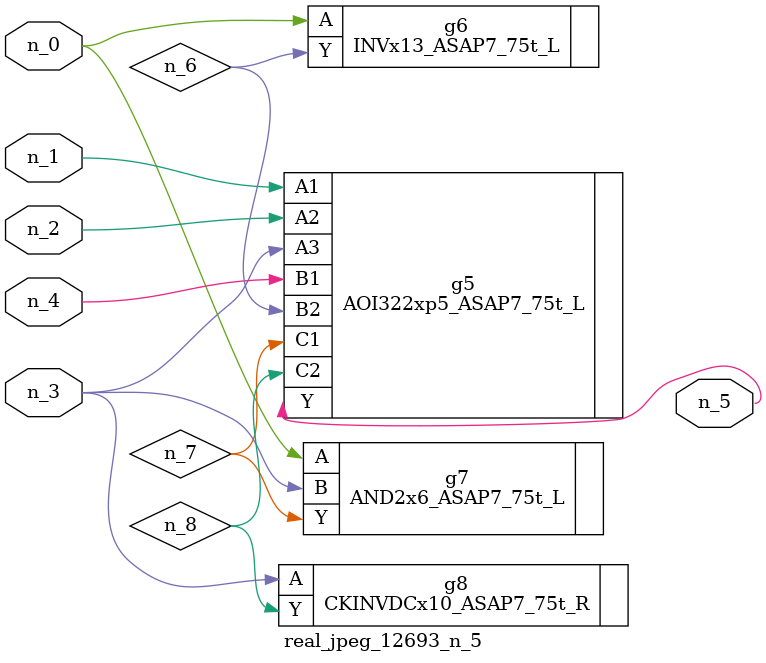
<source format=v>
module real_jpeg_12693_n_5 (n_4, n_0, n_1, n_2, n_3, n_5);

input n_4;
input n_0;
input n_1;
input n_2;
input n_3;

output n_5;

wire n_8;
wire n_6;
wire n_7;

INVx13_ASAP7_75t_L g6 ( 
.A(n_0),
.Y(n_6)
);

AND2x6_ASAP7_75t_L g7 ( 
.A(n_0),
.B(n_3),
.Y(n_7)
);

AOI322xp5_ASAP7_75t_L g5 ( 
.A1(n_1),
.A2(n_2),
.A3(n_3),
.B1(n_4),
.B2(n_6),
.C1(n_7),
.C2(n_8),
.Y(n_5)
);

CKINVDCx10_ASAP7_75t_R g8 ( 
.A(n_3),
.Y(n_8)
);


endmodule
</source>
